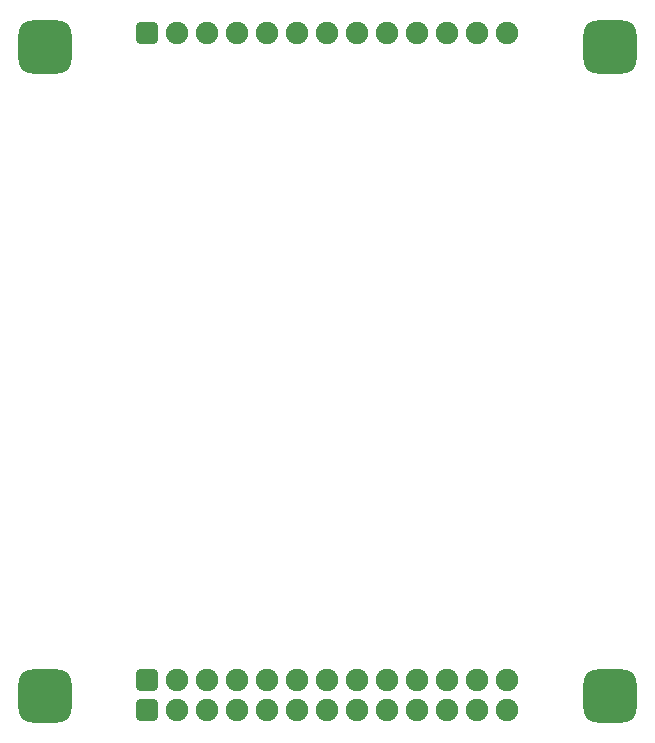
<source format=gts>
G04*
G04 #@! TF.GenerationSoftware,Altium Limited,Altium Designer,22.3.1 (43)*
G04*
G04 Layer_Color=8388736*
%FSLAX25Y25*%
%MOIN*%
G70*
G04*
G04 #@! TF.SameCoordinates,F5301ADA-1553-4D12-9AEF-A5F9D954C8BC*
G04*
G04*
G04 #@! TF.FilePolarity,Negative*
G04*
G01*
G75*
%ADD13C,0.07480*%
G04:AMPARAMS|DCode=14|XSize=74.8mil|YSize=74.8mil|CornerRadius=16.14mil|HoleSize=0mil|Usage=FLASHONLY|Rotation=0.000|XOffset=0mil|YOffset=0mil|HoleType=Round|Shape=RoundedRectangle|*
%AMROUNDEDRECTD14*
21,1,0.07480,0.04252,0,0,0.0*
21,1,0.04252,0.07480,0,0,0.0*
1,1,0.03228,0.02126,-0.02126*
1,1,0.03228,-0.02126,-0.02126*
1,1,0.03228,-0.02126,0.02126*
1,1,0.03228,0.02126,0.02126*
%
%ADD14ROUNDEDRECTD14*%
G04:AMPARAMS|DCode=15|XSize=177.17mil|YSize=177.17mil|CornerRadius=45.28mil|HoleSize=0mil|Usage=FLASHONLY|Rotation=0.000|XOffset=0mil|YOffset=0mil|HoleType=Round|Shape=RoundedRectangle|*
%AMROUNDEDRECTD15*
21,1,0.17717,0.08661,0,0,0.0*
21,1,0.08661,0.17717,0,0,0.0*
1,1,0.09055,0.04331,-0.04331*
1,1,0.09055,-0.04331,-0.04331*
1,1,0.09055,-0.04331,0.04331*
1,1,0.09055,0.04331,0.04331*
%
%ADD15ROUNDEDRECTD15*%
D13*
X154007Y220807D02*
D03*
X84007D02*
D03*
X114007Y220807D02*
D03*
X74007Y220807D02*
D03*
X64007Y220807D02*
D03*
X104007Y220807D02*
D03*
X94007D02*
D03*
X144007D02*
D03*
X134007D02*
D03*
X124007Y220807D02*
D03*
X44007Y220807D02*
D03*
X54007D02*
D03*
X54008Y-4705D02*
D03*
X44008Y-4705D02*
D03*
X124008D02*
D03*
X134008Y-4705D02*
D03*
X144008Y-4705D02*
D03*
X94008Y-4705D02*
D03*
X104008Y-4705D02*
D03*
X64008D02*
D03*
X74008Y-4705D02*
D03*
X114008D02*
D03*
X84008Y-4705D02*
D03*
X154008Y-4705D02*
D03*
X54008Y5295D02*
D03*
X44008Y5295D02*
D03*
X124008D02*
D03*
X134008Y5295D02*
D03*
X144008Y5295D02*
D03*
X94008D02*
D03*
X104008Y5295D02*
D03*
X64008Y5295D02*
D03*
X74008D02*
D03*
X114008D02*
D03*
X84008Y5295D02*
D03*
X154008Y5295D02*
D03*
D14*
X34007Y220807D02*
D03*
X34008Y-4705D02*
D03*
X34008Y5295D02*
D03*
D15*
X0Y0D02*
D03*
Y216110D02*
D03*
X188236D02*
D03*
Y0D02*
D03*
M02*

</source>
